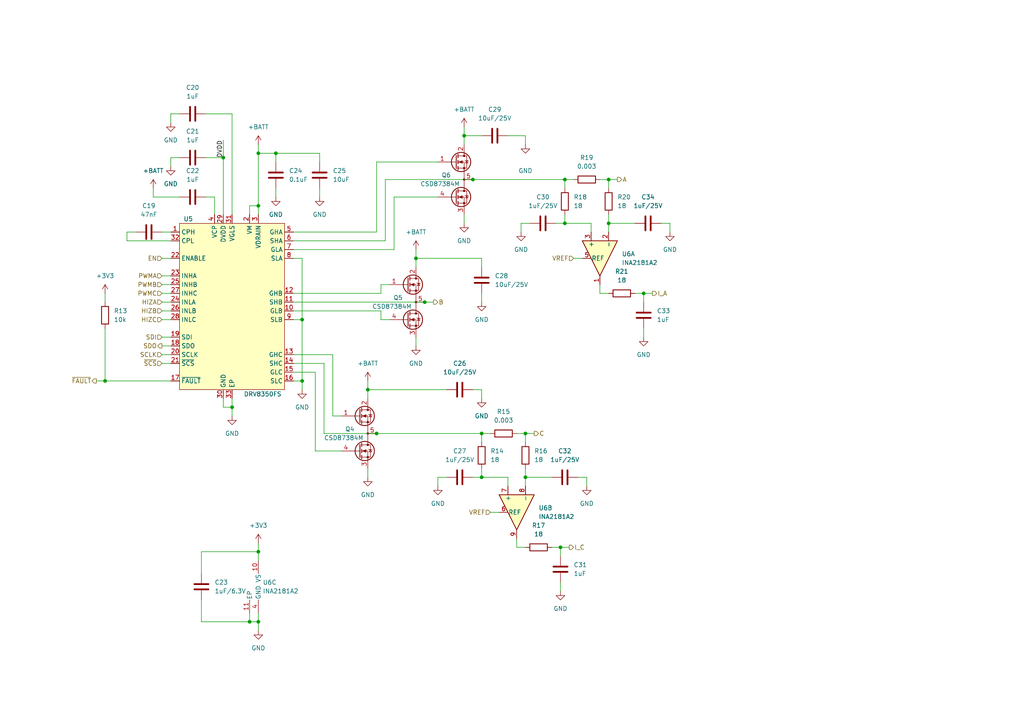
<source format=kicad_sch>
(kicad_sch (version 20210621) (generator eeschema)
  (paper "A4")
  (lib_symbols
    (symbol "Device:C" (pin_numbers hide) (pin_names (offset 0.254))
      (property "Reference" "C" (at 0.635 2.54 0))
      (property "Value" "C" (at 0.635 -2.54 0))
      (symbol "C_0_1"
        (polyline (pts (xy -2.032 -0.762) (xy 2.032 -0.762)) (stroke (width 0.508)))
        (polyline (pts (xy -2.032 0.762) (xy 2.032 0.762)) (stroke (width 0.508)))
      )
      (symbol "C_1_1"
        (pin passive line (at 0 3.81 270) (length 2.794) (name "~") (number "1"))
        (pin passive line (at 0 -3.81 90) (length 2.794) (name "~") (number "2"))
      )
    )
    (symbol "Device:R" (pin_numbers hide) (pin_names (offset 0))
      (property "Reference" "R" (at 2.032 0 90))
      (property "Value" "R" (at 0 0 90))
      (symbol "R_0_1"
        (rectangle (start -1.016 -2.54) (end 1.016 2.54) (stroke (width 0.254)))
      )
      (symbol "R_1_1"
        (pin passive line (at 0 3.81 270) (length 1.27) (name "~") (number "1"))
        (pin passive line (at 0 -3.81 90) (length 1.27) (name "~") (number "2"))
      )
    )
    (symbol "multiesc_symbols:CSD87384M" (pin_names hide)
      (property "Reference" "Q" (at 5.08 4.445 0))
      (property "Value" "CSD87384M" (at 5.08 2.54 0))
      (symbol "CSD87384M_0_1"
        (circle (center 1.651 -5.08) (radius 2.794) (stroke (width 0.254)))
        (circle (center 1.651 5.08) (radius 2.794) (stroke (width 0.254)))
        (circle (center 2.54 -6.858) (radius 0.254) (fill (type outline)))
        (circle (center 2.54 -3.302) (radius 0.254) (fill (type outline)))
        (circle (center 2.54 0) (radius 0.254) (fill (type outline)))
        (circle (center 2.54 3.302) (radius 0.254) (fill (type outline)))
        (circle (center 2.54 6.858) (radius 0.254) (fill (type outline)))
        (polyline (pts (xy 0.254 -5.08) (xy -2.54 -5.08)))
        (polyline (pts (xy 0.254 -3.175) (xy 0.254 -6.985)) (stroke (width 0.254)))
        (polyline (pts (xy 0.254 5.08) (xy -2.54 5.08)))
        (polyline (pts (xy 0.254 6.985) (xy 0.254 3.175)) (stroke (width 0.254)))
        (polyline (pts (xy 0.762 -6.35) (xy 0.762 -7.366)) (stroke (width 0.254)))
        (polyline (pts (xy 0.762 -4.572) (xy 0.762 -5.588)) (stroke (width 0.254)))
        (polyline (pts (xy 0.762 -2.794) (xy 0.762 -3.81)) (stroke (width 0.254)))
        (polyline (pts (xy 0.762 3.81) (xy 0.762 2.794)) (stroke (width 0.254)))
        (polyline (pts (xy 0.762 5.588) (xy 0.762 4.572)) (stroke (width 0.254)))
        (polyline (pts (xy 0.762 7.366) (xy 0.762 6.35)) (stroke (width 0.254)))
        (polyline (pts (xy 2.54 7.62) (xy 2.54 6.858)))
        (polyline (pts (xy 2.54 -7.62) (xy 2.54 -5.08) (xy 0.762 -5.08)))
        (polyline (pts (xy 2.54 -3.302) (xy 2.54 5.08) (xy 0.762 5.08)))
        (polyline (pts (xy 0.762 -6.858) (xy 3.302 -6.858) (xy 3.302 -3.302) (xy 0.762 -3.302)))
        (polyline (pts (xy 0.762 3.302) (xy 3.302 3.302) (xy 3.302 6.858) (xy 0.762 6.858)))
        (polyline (pts (xy 2.794 -4.572) (xy 2.921 -4.699) (xy 3.683 -4.699) (xy 3.81 -4.826)))
        (polyline (pts (xy 2.794 5.588) (xy 2.921 5.461) (xy 3.683 5.461) (xy 3.81 5.334)))
        (polyline (pts (xy 3.302 -4.699) (xy 2.921 -5.334) (xy 3.683 -5.334) (xy 3.302 -4.699)))
        (polyline (pts (xy 3.302 5.461) (xy 2.921 4.826) (xy 3.683 4.826) (xy 3.302 5.461)))
        (polyline (pts (xy 1.016 -5.08) (xy 2.032 -4.699) (xy 2.032 -5.461) (xy 1.016 -5.08)) (fill (type outline)))
        (polyline (pts (xy 1.016 5.08) (xy 2.032 5.461) (xy 2.032 4.699) (xy 1.016 5.08)) (fill (type outline)))
      )
      (symbol "CSD87384M_1_1"
        (pin input line (at -5.08 5.08 0) (length 2.54) (name "G1") (number "1"))
        (pin passive line (at 2.54 10.16 270) (length 2.54) (name "D1") (number "2"))
        (pin passive line (at 2.54 -10.16 90) (length 2.54) (name "S2") (number "3"))
        (pin input line (at -5.08 -5.08 0) (length 2.54) (name "G2") (number "4"))
        (pin passive line (at 5.08 0 180) (length 2.54) (name "S1/D2") (number "5"))
      )
    )
    (symbol "multiesc_symbols:DRV8350FS"
      (property "Reference" "U" (at -13.97 31.75 0))
      (property "Value" "DRV8350FS" (at -11.43 -31.75 0))
      (symbol "DRV8350FS_0_1"
        (rectangle (start -15.24 30.48) (end 15.24 -17.78) (stroke (width 0.1524)) (fill (type background)))
      )
      (symbol "DRV8350FS_1_1"
        (pin passive line (at -17.78 27.94 0) (length 2.54) (name "CPH") (number "1"))
        (pin output line (at 17.78 5.08 180) (length 2.54) (name "GLB") (number "10"))
        (pin input line (at 17.78 7.62 180) (length 2.54) (name "SHB") (number "11"))
        (pin output line (at 17.78 10.16 180) (length 2.54) (name "GHB") (number "12"))
        (pin output line (at 17.78 -7.62 180) (length 2.54) (name "GHC") (number "13"))
        (pin input line (at 17.78 -10.16 180) (length 2.54) (name "SHC") (number "14"))
        (pin output line (at 17.78 -12.7 180) (length 2.54) (name "GLC") (number "15"))
        (pin input line (at 17.78 -15.24 180) (length 2.54) (name "SLC") (number "16"))
        (pin open_collector line (at -17.78 -15.24 0) (length 2.54) (name "~{FAULT}") (number "17"))
        (pin open_collector line (at -17.78 -5.08 0) (length 2.54) (name "SDO") (number "18"))
        (pin input line (at -17.78 -2.54 0) (length 2.54) (name "SDI") (number "19"))
        (pin power_in line (at 5.08 33.02 270) (length 2.54) (name "VM") (number "2"))
        (pin input line (at -17.78 -7.62 0) (length 2.54) (name "SCLK") (number "20"))
        (pin input line (at -17.78 -10.16 0) (length 2.54) (name "~{SCS}") (number "21"))
        (pin input line (at -17.78 20.32 0) (length 2.54) (name "ENABLE") (number "22"))
        (pin input line (at -17.78 15.24 0) (length 2.54) (name "INHA") (number "23"))
        (pin input line (at -17.78 7.62 0) (length 2.54) (name "INLA") (number "24"))
        (pin input line (at -17.78 12.7 0) (length 2.54) (name "INHB") (number "25"))
        (pin input line (at -17.78 5.08 0) (length 2.54) (name "INLB") (number "26"))
        (pin input line (at -17.78 10.16 0) (length 2.54) (name "INHC") (number "27"))
        (pin input line (at -17.78 2.54 0) (length 2.54) (name "INLC") (number "28"))
        (pin power_out line (at -2.54 33.02 270) (length 2.54) (name "DVDD") (number "29"))
        (pin input line (at 7.62 33.02 270) (length 2.54) (name "VDRAIN") (number "3"))
        (pin power_in line (at -2.54 -20.32 90) (length 2.54) (name "GND") (number "30"))
        (pin power_out line (at 0 33.02 270) (length 2.54) (name "VGLS") (number "31"))
        (pin passive line (at -17.78 25.4 0) (length 2.54) (name "CPL") (number "32"))
        (pin power_in line (at 0 -20.32 90) (length 2.54) (name "EP") (number "33"))
        (pin power_out line (at -5.08 33.02 270) (length 2.54) (name "VCP") (number "4"))
        (pin output line (at 17.78 27.94 180) (length 2.54) (name "GHA") (number "5"))
        (pin input line (at 17.78 25.4 180) (length 2.54) (name "SHA") (number "6"))
        (pin output line (at 17.78 22.86 180) (length 2.54) (name "GLA") (number "7"))
        (pin input line (at 17.78 20.32 180) (length 2.54) (name "SLA") (number "8"))
        (pin input line (at 17.78 2.54 180) (length 2.54) (name "SLB") (number "9"))
      )
    )
    (symbol "multiesc_symbols:INA2181" (pin_names (offset 0.127))
      (property "Reference" "U" (at 2.54 2.54 0))
      (property "Value" "INA2181" (at 0 -5.08 0))
      (symbol "INA2181_1_1"
        (polyline (pts (xy -5.08 5.08) (xy 5.08 0) (xy -5.08 -5.08) (xy -5.08 5.08)) (stroke (width 0.254)) (fill (type background)))
        (pin output line (at 7.62 0 180) (length 2.54) (name "~") (number "1"))
        (pin input line (at -7.62 -2.54 0) (length 2.54) (name "-") (number "2"))
        (pin input line (at -7.62 2.54 0) (length 2.54) (name "+") (number "3"))
        (pin input line (at 0 5.08 270) (length 2.54) (name "REF") (number "5"))
      )
      (symbol "INA2181_2_1"
        (polyline (pts (xy -5.08 5.08) (xy 5.08 0) (xy -5.08 -5.08) (xy -5.08 5.08)) (stroke (width 0.254)) (fill (type background)))
        (pin input line (at 0 5.08 270) (length 2.54) (name "REF") (number "6"))
        (pin input line (at -7.62 2.54 0) (length 2.54) (name "+") (number "7"))
        (pin input line (at -7.62 -2.54 0) (length 2.54) (name "-") (number "8"))
        (pin output line (at 7.62 0 180) (length 2.54) (name "~") (number "9"))
      )
      (symbol "INA2181_3_1"
        (pin power_in line (at -2.54 7.62 270) (length 3.81) (name "VS") (number "10"))
        (pin passive line (at -5.08 -7.62 90) (length 3.81) (name "EP") (number "11"))
        (pin power_in line (at -2.54 -7.62 90) (length 3.81) (name "GND") (number "4"))
      )
    )
    (symbol "power:+3.3V" (power) (pin_names (offset 0))
      (property "Value" "+3.3V" (at 0 3.556 0))
      (symbol "+3.3V_0_1"
        (polyline (pts (xy -0.762 1.27) (xy 0 2.54)))
        (polyline (pts (xy 0 0) (xy 0 2.54)))
        (polyline (pts (xy 0 2.54) (xy 0.762 1.27)))
      )
      (symbol "+3.3V_1_1"
        (pin power_in line (at 0 0 90) (length 0) hide (name "+3V3") (number "1"))
      )
    )
    (symbol "power:+BATT" (power) (pin_names (offset 0))
      (property "Value" "+BATT" (at 0 3.556 0))
      (symbol "+BATT_0_1"
        (polyline (pts (xy -0.762 1.27) (xy 0 2.54)))
        (polyline (pts (xy 0 0) (xy 0 2.54)))
        (polyline (pts (xy 0 2.54) (xy 0.762 1.27)))
      )
      (symbol "+BATT_1_1"
        (pin power_in line (at 0 0 90) (length 0) hide (name "+BATT") (number "1"))
      )
    )
    (symbol "power:GND" (power) (pin_names (offset 0))
      (property "Value" "GND" (at 0 -3.81 0))
      (symbol "GND_0_1"
        (polyline (pts (xy 0 0) (xy 0 -1.27) (xy 1.27 -1.27) (xy 0 -2.54) (xy -1.27 -1.27) (xy 0 -1.27)))
      )
      (symbol "GND_1_1"
        (pin power_in line (at 0 0 270) (length 0) hide (name "GND") (number "1"))
      )
    )
  )
  (junction (at 30.48 110.49) (diameter 0.9144))
  (junction (at 64.77 45.72) (diameter 0.9144))
  (junction (at 67.31 118.11) (diameter 0.9144))
  (junction (at 72.39 180.34) (diameter 0.9144))
  (junction (at 74.93 44.45) (diameter 0.9144))
  (junction (at 74.93 59.69) (diameter 0.9144))
  (junction (at 74.93 160.02) (diameter 0.9144))
  (junction (at 74.93 180.34) (diameter 0.9144))
  (junction (at 80.01 44.45) (diameter 0.9144))
  (junction (at 87.63 92.71) (diameter 0.9144))
  (junction (at 87.63 110.49) (diameter 0.9144))
  (junction (at 106.68 113.03) (diameter 0.9144))
  (junction (at 109.22 125.73) (diameter 0.9144))
  (junction (at 120.65 74.93) (diameter 0.9144))
  (junction (at 123.19 87.63) (diameter 0.9144))
  (junction (at 134.62 39.37) (diameter 0.9144))
  (junction (at 137.16 52.07) (diameter 0.9144))
  (junction (at 139.7 125.73) (diameter 0.9144))
  (junction (at 139.7 138.43) (diameter 0.9144))
  (junction (at 152.4 125.73) (diameter 0.9144))
  (junction (at 152.4 138.43) (diameter 0.9144))
  (junction (at 162.56 158.75) (diameter 0.9144))
  (junction (at 163.83 52.07) (diameter 0.9144))
  (junction (at 163.83 64.77) (diameter 0.9144))
  (junction (at 176.53 52.07) (diameter 0.9144))
  (junction (at 176.53 64.77) (diameter 0.9144))
  (junction (at 186.69 85.09) (diameter 0.9144))
  (wire (pts (xy 27.94 110.49) (xy 30.48 110.49)))
  (wire (pts (xy 30.48 85.09) (xy 30.48 87.63)))
  (wire (pts (xy 30.48 110.49) (xy 30.48 95.25)))
  (wire (pts (xy 30.48 110.49) (xy 49.53 110.49)))
  (wire (pts (xy 36.83 67.31) (xy 39.37 67.31)))
  (wire (pts (xy 36.83 69.85) (xy 36.83 67.31)))
  (wire (pts (xy 44.45 57.15) (xy 44.45 54.61)))
  (wire (pts (xy 44.45 57.15) (xy 52.07 57.15)))
  (wire (pts (xy 46.99 67.31) (xy 49.53 67.31)))
  (wire (pts (xy 46.99 74.93) (xy 49.53 74.93)))
  (wire (pts (xy 46.99 80.01) (xy 49.53 80.01)))
  (wire (pts (xy 46.99 82.55) (xy 49.53 82.55)))
  (wire (pts (xy 46.99 85.09) (xy 49.53 85.09)))
  (wire (pts (xy 46.99 87.63) (xy 49.53 87.63)))
  (wire (pts (xy 46.99 90.17) (xy 49.53 90.17)))
  (wire (pts (xy 46.99 92.71) (xy 49.53 92.71)))
  (wire (pts (xy 46.99 105.41) (xy 49.53 105.41)))
  (wire (pts (xy 49.53 33.02) (xy 49.53 35.56)))
  (wire (pts (xy 49.53 45.72) (xy 49.53 48.26)))
  (wire (pts (xy 49.53 69.85) (xy 36.83 69.85)))
  (wire (pts (xy 49.53 97.79) (xy 46.99 97.79)))
  (wire (pts (xy 49.53 100.33) (xy 46.99 100.33)))
  (wire (pts (xy 49.53 102.87) (xy 46.99 102.87)))
  (wire (pts (xy 52.07 33.02) (xy 49.53 33.02)))
  (wire (pts (xy 52.07 45.72) (xy 49.53 45.72)))
  (wire (pts (xy 58.42 160.02) (xy 74.93 160.02)))
  (wire (pts (xy 58.42 166.37) (xy 58.42 160.02)))
  (wire (pts (xy 58.42 173.99) (xy 58.42 180.34)))
  (wire (pts (xy 58.42 180.34) (xy 72.39 180.34)))
  (wire (pts (xy 59.69 33.02) (xy 67.31 33.02)))
  (wire (pts (xy 59.69 45.72) (xy 64.77 45.72)))
  (wire (pts (xy 59.69 57.15) (xy 62.23 57.15)))
  (wire (pts (xy 62.23 57.15) (xy 62.23 62.23)))
  (wire (pts (xy 64.77 40.64) (xy 64.77 45.72)))
  (wire (pts (xy 64.77 45.72) (xy 64.77 62.23)))
  (wire (pts (xy 64.77 115.57) (xy 64.77 118.11)))
  (wire (pts (xy 64.77 118.11) (xy 67.31 118.11)))
  (wire (pts (xy 67.31 33.02) (xy 67.31 62.23)))
  (wire (pts (xy 67.31 115.57) (xy 67.31 118.11)))
  (wire (pts (xy 67.31 118.11) (xy 67.31 120.65)))
  (wire (pts (xy 72.39 59.69) (xy 74.93 59.69)))
  (wire (pts (xy 72.39 62.23) (xy 72.39 59.69)))
  (wire (pts (xy 72.39 177.8) (xy 72.39 180.34)))
  (wire (pts (xy 72.39 180.34) (xy 74.93 180.34)))
  (wire (pts (xy 74.93 44.45) (xy 74.93 41.91)))
  (wire (pts (xy 74.93 44.45) (xy 74.93 59.69)))
  (wire (pts (xy 74.93 59.69) (xy 74.93 62.23)))
  (wire (pts (xy 74.93 157.48) (xy 74.93 160.02)))
  (wire (pts (xy 74.93 160.02) (xy 74.93 162.56)))
  (wire (pts (xy 74.93 177.8) (xy 74.93 180.34)))
  (wire (pts (xy 74.93 180.34) (xy 74.93 182.88)))
  (wire (pts (xy 80.01 44.45) (xy 74.93 44.45)))
  (wire (pts (xy 80.01 44.45) (xy 80.01 46.99)))
  (wire (pts (xy 80.01 54.61) (xy 80.01 57.15)))
  (wire (pts (xy 85.09 74.93) (xy 87.63 74.93)))
  (wire (pts (xy 85.09 87.63) (xy 123.19 87.63)))
  (wire (pts (xy 85.09 92.71) (xy 87.63 92.71)))
  (wire (pts (xy 87.63 74.93) (xy 87.63 92.71)))
  (wire (pts (xy 87.63 92.71) (xy 87.63 110.49)))
  (wire (pts (xy 87.63 110.49) (xy 85.09 110.49)))
  (wire (pts (xy 87.63 113.03) (xy 87.63 110.49)))
  (wire (pts (xy 91.44 107.95) (xy 85.09 107.95)))
  (wire (pts (xy 91.44 130.81) (xy 91.44 107.95)))
  (wire (pts (xy 92.71 44.45) (xy 80.01 44.45)))
  (wire (pts (xy 92.71 46.99) (xy 92.71 44.45)))
  (wire (pts (xy 92.71 54.61) (xy 92.71 57.15)))
  (wire (pts (xy 93.98 105.41) (xy 85.09 105.41)))
  (wire (pts (xy 93.98 125.73) (xy 93.98 105.41)))
  (wire (pts (xy 96.52 102.87) (xy 85.09 102.87)))
  (wire (pts (xy 96.52 120.65) (xy 96.52 102.87)))
  (wire (pts (xy 99.06 120.65) (xy 96.52 120.65)))
  (wire (pts (xy 99.06 130.81) (xy 91.44 130.81)))
  (wire (pts (xy 106.68 110.49) (xy 106.68 113.03)))
  (wire (pts (xy 106.68 113.03) (xy 106.68 115.57)))
  (wire (pts (xy 106.68 113.03) (xy 129.54 113.03)))
  (wire (pts (xy 106.68 135.89) (xy 106.68 138.43)))
  (wire (pts (xy 109.22 46.99) (xy 109.22 67.31)))
  (wire (pts (xy 109.22 46.99) (xy 127 46.99)))
  (wire (pts (xy 109.22 67.31) (xy 85.09 67.31)))
  (wire (pts (xy 109.22 125.73) (xy 93.98 125.73)))
  (wire (pts (xy 109.22 125.73) (xy 139.7 125.73)))
  (wire (pts (xy 110.49 82.55) (xy 110.49 85.09)))
  (wire (pts (xy 110.49 85.09) (xy 85.09 85.09)))
  (wire (pts (xy 110.49 90.17) (xy 85.09 90.17)))
  (wire (pts (xy 110.49 92.71) (xy 110.49 90.17)))
  (wire (pts (xy 111.76 52.07) (xy 111.76 69.85)))
  (wire (pts (xy 111.76 52.07) (xy 137.16 52.07)))
  (wire (pts (xy 111.76 69.85) (xy 85.09 69.85)))
  (wire (pts (xy 113.03 82.55) (xy 110.49 82.55)))
  (wire (pts (xy 113.03 92.71) (xy 110.49 92.71)))
  (wire (pts (xy 114.3 57.15) (xy 114.3 72.39)))
  (wire (pts (xy 114.3 57.15) (xy 127 57.15)))
  (wire (pts (xy 114.3 72.39) (xy 85.09 72.39)))
  (wire (pts (xy 120.65 72.39) (xy 120.65 74.93)))
  (wire (pts (xy 120.65 74.93) (xy 120.65 77.47)))
  (wire (pts (xy 120.65 97.79) (xy 120.65 100.33)))
  (wire (pts (xy 123.19 87.63) (xy 125.73 87.63)))
  (wire (pts (xy 127 138.43) (xy 129.54 138.43)))
  (wire (pts (xy 127 140.97) (xy 127 138.43)))
  (wire (pts (xy 134.62 36.83) (xy 134.62 39.37)))
  (wire (pts (xy 134.62 39.37) (xy 134.62 41.91)))
  (wire (pts (xy 134.62 39.37) (xy 139.7 39.37)))
  (wire (pts (xy 134.62 62.23) (xy 134.62 64.77)))
  (wire (pts (xy 137.16 52.07) (xy 163.83 52.07)))
  (wire (pts (xy 137.16 113.03) (xy 139.7 113.03)))
  (wire (pts (xy 139.7 74.93) (xy 120.65 74.93)))
  (wire (pts (xy 139.7 77.47) (xy 139.7 74.93)))
  (wire (pts (xy 139.7 85.09) (xy 139.7 87.63)))
  (wire (pts (xy 139.7 115.57) (xy 139.7 113.03)))
  (wire (pts (xy 139.7 125.73) (xy 142.24 125.73)))
  (wire (pts (xy 139.7 128.27) (xy 139.7 125.73)))
  (wire (pts (xy 139.7 135.89) (xy 139.7 138.43)))
  (wire (pts (xy 139.7 138.43) (xy 137.16 138.43)))
  (wire (pts (xy 142.24 148.59) (xy 144.78 148.59)))
  (wire (pts (xy 147.32 39.37) (xy 152.4 39.37)))
  (wire (pts (xy 147.32 138.43) (xy 139.7 138.43)))
  (wire (pts (xy 147.32 140.97) (xy 147.32 138.43)))
  (wire (pts (xy 149.86 125.73) (xy 152.4 125.73)))
  (wire (pts (xy 149.86 156.21) (xy 149.86 158.75)))
  (wire (pts (xy 151.13 64.77) (xy 153.67 64.77)))
  (wire (pts (xy 151.13 67.31) (xy 151.13 64.77)))
  (wire (pts (xy 152.4 39.37) (xy 152.4 41.91)))
  (wire (pts (xy 152.4 125.73) (xy 152.4 128.27)))
  (wire (pts (xy 152.4 125.73) (xy 154.94 125.73)))
  (wire (pts (xy 152.4 135.89) (xy 152.4 138.43)))
  (wire (pts (xy 152.4 138.43) (xy 152.4 140.97)))
  (wire (pts (xy 152.4 158.75) (xy 149.86 158.75)))
  (wire (pts (xy 160.02 138.43) (xy 152.4 138.43)))
  (wire (pts (xy 162.56 158.75) (xy 160.02 158.75)))
  (wire (pts (xy 162.56 158.75) (xy 165.1 158.75)))
  (wire (pts (xy 162.56 161.29) (xy 162.56 158.75)))
  (wire (pts (xy 162.56 171.45) (xy 162.56 168.91)))
  (wire (pts (xy 163.83 52.07) (xy 166.37 52.07)))
  (wire (pts (xy 163.83 54.61) (xy 163.83 52.07)))
  (wire (pts (xy 163.83 62.23) (xy 163.83 64.77)))
  (wire (pts (xy 163.83 64.77) (xy 161.29 64.77)))
  (wire (pts (xy 166.37 74.93) (xy 168.91 74.93)))
  (wire (pts (xy 170.18 138.43) (xy 167.64 138.43)))
  (wire (pts (xy 170.18 140.97) (xy 170.18 138.43)))
  (wire (pts (xy 171.45 64.77) (xy 163.83 64.77)))
  (wire (pts (xy 171.45 67.31) (xy 171.45 64.77)))
  (wire (pts (xy 173.99 52.07) (xy 176.53 52.07)))
  (wire (pts (xy 173.99 82.55) (xy 173.99 85.09)))
  (wire (pts (xy 176.53 52.07) (xy 176.53 54.61)))
  (wire (pts (xy 176.53 52.07) (xy 179.07 52.07)))
  (wire (pts (xy 176.53 62.23) (xy 176.53 64.77)))
  (wire (pts (xy 176.53 64.77) (xy 176.53 67.31)))
  (wire (pts (xy 176.53 85.09) (xy 173.99 85.09)))
  (wire (pts (xy 184.15 64.77) (xy 176.53 64.77)))
  (wire (pts (xy 186.69 85.09) (xy 184.15 85.09)))
  (wire (pts (xy 186.69 85.09) (xy 189.23 85.09)))
  (wire (pts (xy 186.69 87.63) (xy 186.69 85.09)))
  (wire (pts (xy 186.69 97.79) (xy 186.69 95.25)))
  (wire (pts (xy 194.31 64.77) (xy 191.77 64.77)))
  (wire (pts (xy 194.31 67.31) (xy 194.31 64.77)))
  (label "DVDD" (at 64.77 40.64 270))
  (hierarchical_label "~{FAULT}" (shape output) (at 27.94 110.49 180))
  (hierarchical_label "EN" (shape input) (at 46.99 74.93 180))
  (hierarchical_label "PWMA" (shape input) (at 46.99 80.01 180))
  (hierarchical_label "PWMB" (shape input) (at 46.99 82.55 180))
  (hierarchical_label "PWMC" (shape input) (at 46.99 85.09 180))
  (hierarchical_label "HIZA" (shape input) (at 46.99 87.63 180))
  (hierarchical_label "HIZB" (shape input) (at 46.99 90.17 180))
  (hierarchical_label "HIZC" (shape input) (at 46.99 92.71 180))
  (hierarchical_label "SDI" (shape input) (at 46.99 97.79 180))
  (hierarchical_label "SDO" (shape output) (at 46.99 100.33 180))
  (hierarchical_label "SCLK" (shape input) (at 46.99 102.87 180))
  (hierarchical_label "~{SCS}" (shape input) (at 46.99 105.41 180))
  (hierarchical_label "B" (shape output) (at 125.73 87.63 0))
  (hierarchical_label "VREF" (shape input) (at 142.24 148.59 180))
  (hierarchical_label "C" (shape output) (at 154.94 125.73 0))
  (hierarchical_label "I_C" (shape output) (at 165.1 158.75 0))
  (hierarchical_label "VREF" (shape input) (at 166.37 74.93 180))
  (hierarchical_label "A" (shape output) (at 179.07 52.07 0))
  (hierarchical_label "I_A" (shape output) (at 189.23 85.09 0))
  (symbol (lib_id "power:+3.3V") (at 30.48 85.09 0) (unit 1)
    (property "Reference" "#PWR0134" (effects hide))
    (property "Value" "+3.3V" (at 30.48 80.01 0))
  )
  (symbol (lib_id "power:+BATT") (at 44.45 54.61 0) (unit 1)
    (property "Reference" "#PWR0143" (effects hide))
    (property "Value" "+BATT" (at 44.45 49.53 0))
  )
  (symbol (lib_id "power:+BATT") (at 74.93 41.91 0) (unit 1)
    (property "Reference" "#PWR0142" (effects hide))
    (property "Value" "+BATT" (at 74.93 36.83 0))
  )
  (symbol (lib_id "power:+3.3V") (at 74.93 157.48 0) (unit 1)
    (property "Reference" "#PWR0135" (effects hide))
    (property "Value" "+3.3V" (at 74.93 152.4 0))
  )
  (symbol (lib_id "power:+BATT") (at 106.68 110.49 0) (unit 1)
    (property "Reference" "#PWR0137" (effects hide))
    (property "Value" "+BATT" (at 106.68 105.41 0))
  )
  (symbol (lib_id "power:+BATT") (at 120.65 72.39 0) (unit 1)
    (property "Reference" "#PWR0158" (effects hide))
    (property "Value" "+BATT" (at 120.65 67.31 0))
  )
  (symbol (lib_id "power:+BATT") (at 134.62 36.83 0) (unit 1)
    (property "Reference" "#PWR0155" (effects hide))
    (property "Value" "+BATT" (at 134.62 31.75 0))
  )
  (symbol (lib_id "power:GND") (at 49.53 35.56 0) (unit 1)
    (property "Reference" "#PWR0145" (effects hide))
    (property "Value" "GND" (at 49.53 40.64 0))
  )
  (symbol (lib_id "power:GND") (at 49.53 48.26 0) (unit 1)
    (property "Reference" "#PWR0144" (effects hide))
    (property "Value" "GND" (at 49.53 53.34 0))
  )
  (symbol (lib_id "power:GND") (at 67.31 120.65 0) (unit 1)
    (property "Reference" "#PWR0140" (effects hide))
    (property "Value" "GND" (at 67.31 125.73 0))
  )
  (symbol (lib_id "power:GND") (at 74.93 182.88 0) (unit 1)
    (property "Reference" "#PWR0139" (effects hide))
    (property "Value" "GND" (at 74.93 187.96 0))
  )
  (symbol (lib_id "power:GND") (at 80.01 57.15 0) (unit 1)
    (property "Reference" "#PWR0146" (effects hide))
    (property "Value" "GND" (at 80.01 62.23 0))
  )
  (symbol (lib_id "power:GND") (at 87.63 113.03 0) (unit 1)
    (property "Reference" "#PWR0138" (effects hide))
    (property "Value" "GND" (at 87.63 118.11 0))
  )
  (symbol (lib_id "power:GND") (at 92.71 57.15 0) (unit 1)
    (property "Reference" "#PWR0156" (effects hide))
    (property "Value" "GND" (at 92.71 62.23 0))
  )
  (symbol (lib_id "power:GND") (at 106.68 138.43 0) (unit 1)
    (property "Reference" "#PWR0136" (effects hide))
    (property "Value" "GND" (at 106.68 143.51 0))
  )
  (symbol (lib_id "power:GND") (at 120.65 100.33 0) (unit 1)
    (property "Reference" "#PWR0159" (effects hide))
    (property "Value" "GND" (at 120.65 105.41 0))
  )
  (symbol (lib_id "power:GND") (at 127 140.97 0) (unit 1)
    (property "Reference" "#PWR0147" (effects hide))
    (property "Value" "GND" (at 127 146.05 0))
  )
  (symbol (lib_id "power:GND") (at 134.62 64.77 0) (unit 1)
    (property "Reference" "#PWR0154" (effects hide))
    (property "Value" "GND" (at 134.62 69.85 0))
  )
  (symbol (lib_id "power:GND") (at 139.7 87.63 0) (unit 1)
    (property "Reference" "#PWR0160" (effects hide))
    (property "Value" "GND" (at 139.7 92.71 0))
  )
  (symbol (lib_id "power:GND") (at 139.7 115.57 0) (unit 1)
    (property "Reference" "#PWR0150" (effects hide))
    (property "Value" "GND" (at 139.7 120.65 0))
  )
  (symbol (lib_id "power:GND") (at 151.13 67.31 0) (unit 1)
    (property "Reference" "#PWR0153" (effects hide))
    (property "Value" "GND" (at 151.13 72.39 0))
  )
  (symbol (lib_id "power:GND") (at 152.4 41.91 0) (unit 1)
    (property "Reference" "#PWR0157" (effects hide))
    (property "Value" "GND" (at 152.4 49.53 0))
  )
  (symbol (lib_id "power:GND") (at 162.56 171.45 0) (unit 1)
    (property "Reference" "#PWR0149" (effects hide))
    (property "Value" "GND" (at 162.56 176.53 0))
  )
  (symbol (lib_id "power:GND") (at 170.18 140.97 0) (unit 1)
    (property "Reference" "#PWR0148" (effects hide))
    (property "Value" "GND" (at 170.18 146.05 0))
  )
  (symbol (lib_id "power:GND") (at 186.69 97.79 0) (unit 1)
    (property "Reference" "#PWR0152" (effects hide))
    (property "Value" "GND" (at 186.69 102.87 0))
  )
  (symbol (lib_id "power:GND") (at 194.31 67.31 0) (unit 1)
    (property "Reference" "#PWR0151" (effects hide))
    (property "Value" "GND" (at 194.31 72.39 0))
  )
  (symbol (lib_id "Device:R") (at 30.48 91.44 180) (unit 1)
    (property "Reference" "R13" (at 33.02 90.1699 0) (effects (justify right)))
    (property "Value" "10k" (at 33.02 92.7099 0) (effects (justify right)))
    (property "Footprint" "Resistor_SMD:R_0402_1005Metric" (effects hide))
  )
  (symbol (lib_id "Device:R") (at 139.7 132.08 180) (unit 1)
    (property "Reference" "R14" (at 142.24 130.8099 0) (effects (justify right)))
    (property "Value" "18" (at 142.24 133.3499 0) (effects (justify right)))
    (property "Footprint" "Resistor_SMD:R_0402_1005Metric" (effects hide))
  )
  (symbol (lib_id "Device:R") (at 146.05 125.73 90) (unit 1)
    (property "Reference" "R15" (at 146.05 119.38 90))
    (property "Value" "0.003" (at 146.05 121.92 90))
    (property "Footprint" "Resistor_SMD:R_0612_1632Metric" (effects hide))
  )
  (symbol (lib_id "Device:R") (at 152.4 132.08 180) (unit 1)
    (property "Reference" "R16" (at 154.94 130.8099 0) (effects (justify right)))
    (property "Value" "18" (at 154.94 133.3499 0) (effects (justify right)))
    (property "Footprint" "Resistor_SMD:R_0402_1005Metric" (effects hide))
  )
  (symbol (lib_id "Device:R") (at 156.21 158.75 270) (unit 1)
    (property "Reference" "R17" (at 156.21 152.4 90))
    (property "Value" "18" (at 156.21 154.94 90))
    (property "Footprint" "Resistor_SMD:R_0402_1005Metric" (effects hide))
  )
  (symbol (lib_id "Device:R") (at 163.83 58.42 180) (unit 1)
    (property "Reference" "R18" (at 166.37 57.1499 0) (effects (justify right)))
    (property "Value" "18" (at 166.37 59.6899 0) (effects (justify right)))
    (property "Footprint" "Resistor_SMD:R_0402_1005Metric" (effects hide))
  )
  (symbol (lib_id "Device:R") (at 170.18 52.07 90) (unit 1)
    (property "Reference" "R19" (at 170.18 45.72 90))
    (property "Value" "0.003" (at 170.18 48.26 90))
    (property "Footprint" "Resistor_SMD:R_0612_1632Metric" (effects hide))
  )
  (symbol (lib_id "Device:R") (at 176.53 58.42 180) (unit 1)
    (property "Reference" "R20" (at 179.07 57.1499 0) (effects (justify right)))
    (property "Value" "18" (at 179.07 59.6899 0) (effects (justify right)))
    (property "Footprint" "Resistor_SMD:R_0402_1005Metric" (effects hide))
  )
  (symbol (lib_id "Device:R") (at 180.34 85.09 270) (unit 1)
    (property "Reference" "R21" (at 180.34 78.74 90))
    (property "Value" "18" (at 180.34 81.28 90))
    (property "Footprint" "Resistor_SMD:R_0402_1005Metric" (effects hide))
  )
  (symbol (lib_id "Device:C") (at 43.18 67.31 90) (unit 1)
    (property "Reference" "C19" (at 43.18 59.69 90))
    (property "Value" "47nF" (at 43.18 62.23 90))
    (property "Footprint" "Capacitor_SMD:C_0402_1005Metric" (effects hide))
    (property "Digikey" "587-1225-1-ND" (effects hide))
  )
  (symbol (lib_id "Device:C") (at 55.88 33.02 270) (unit 1)
    (property "Reference" "C20" (at 55.88 25.4 90))
    (property "Value" "1uF" (at 55.88 27.94 90))
    (property "Footprint" "Capacitor_SMD:C_0603_1608Metric" (effects hide))
    (property "Digikey" "1276-1184-1-ND" (effects hide))
  )
  (symbol (lib_id "Device:C") (at 55.88 45.72 270) (unit 1)
    (property "Reference" "C21" (at 55.88 38.1 90))
    (property "Value" "1uF" (at 55.88 40.64 90))
    (property "Footprint" "Capacitor_SMD:C_0603_1608Metric" (effects hide))
    (property "Digikey" "1276-1184-1-ND" (effects hide))
  )
  (symbol (lib_id "Device:C") (at 55.88 57.15 270) (unit 1)
    (property "Reference" "C22" (at 55.88 49.53 90))
    (property "Value" "1uF" (at 55.88 52.07 90))
    (property "Footprint" "Capacitor_SMD:C_0603_1608Metric" (effects hide))
    (property "Digikey" "1276-1184-1-ND" (effects hide))
  )
  (symbol (lib_id "Device:C") (at 58.42 170.18 0) (unit 1)
    (property "Reference" "C23" (at 62.23 168.9099 0) (effects (justify left)))
    (property "Value" "1uF{slash}6.3V" (at 62.23 171.4499 0) (effects (justify left)))
    (property "Footprint" "Capacitor_SMD:C_0402_1005Metric" (effects hide))
    (property "Digikey" "587-1225-1-ND" (effects hide))
  )
  (symbol (lib_id "Device:C") (at 80.01 50.8 180) (unit 1)
    (property "Reference" "C24" (at 83.82 49.5299 0) (effects (justify right)))
    (property "Value" "0.1uF" (at 83.82 52.0699 0) (effects (justify right)))
    (property "Footprint" "Capacitor_SMD:C_0402_1005Metric" (effects hide))
    (property "Digikey" "1276-6720-1-ND" (effects hide))
  )
  (symbol (lib_id "Device:C") (at 92.71 50.8 180) (unit 1)
    (property "Reference" "C25" (at 96.52 49.5299 0) (effects (justify right)))
    (property "Value" "10uF" (at 96.52 52.0699 0) (effects (justify right)))
    (property "Footprint" "Capacitor_SMD:C_0805_2012Metric" (effects hide))
    (property "Digikey" "587-6025-1-ND" (effects hide))
  )
  (symbol (lib_id "Device:C") (at 133.35 113.03 90) (unit 1)
    (property "Reference" "C26" (at 133.35 105.41 90))
    (property "Value" "10uF{slash}25V" (at 133.35 107.95 90))
    (property "Footprint" "Capacitor_SMD:C_0805_2012Metric" (effects hide))
    (property "Digikey" "587-6025-1-ND" (effects hide))
  )
  (symbol (lib_id "Device:C") (at 133.35 138.43 90) (unit 1)
    (property "Reference" "C27" (at 133.35 130.81 90))
    (property "Value" "1uF{slash}25V" (at 133.35 133.35 90))
    (property "Footprint" "Capacitor_SMD:C_0402_1005Metric" (effects hide))
    (property "Digikey" "587-1225-1-ND" (effects hide))
  )
  (symbol (lib_id "Device:C") (at 139.7 81.28 0) (unit 1)
    (property "Reference" "C28" (at 143.51 80.0099 0) (effects (justify left)))
    (property "Value" "10uF{slash}25V" (at 143.51 82.5499 0) (effects (justify left)))
    (property "Footprint" "Capacitor_SMD:C_0805_2012Metric" (effects hide))
    (property "Digikey" "587-6025-1-ND" (effects hide))
  )
  (symbol (lib_id "Device:C") (at 143.51 39.37 90) (unit 1)
    (property "Reference" "C29" (at 143.51 31.75 90))
    (property "Value" "10uF{slash}25V" (at 143.51 34.29 90))
    (property "Footprint" "Capacitor_SMD:C_0805_2012Metric" (effects hide))
    (property "Digikey" "587-6025-1-ND" (effects hide))
  )
  (symbol (lib_id "Device:C") (at 157.48 64.77 90) (unit 1)
    (property "Reference" "C30" (at 157.48 57.15 90))
    (property "Value" "1uF/25V" (at 157.48 59.69 90))
    (property "Footprint" "Capacitor_SMD:C_0402_1005Metric" (effects hide))
    (property "Digikey" "587-1225-1-ND" (effects hide))
  )
  (symbol (lib_id "Device:C") (at 162.56 165.1 180) (unit 1)
    (property "Reference" "C31" (at 166.37 163.8299 0) (effects (justify right)))
    (property "Value" "1uF" (at 166.37 166.3699 0) (effects (justify right)))
    (property "Footprint" "Capacitor_SMD:C_0402_1005Metric" (effects hide))
    (property "Digikey" "587-1225-1-ND" (effects hide))
  )
  (symbol (lib_id "Device:C") (at 163.83 138.43 90) (unit 1)
    (property "Reference" "C32" (at 163.83 130.81 90))
    (property "Value" "1uF/25V" (at 163.83 133.35 90))
    (property "Footprint" "Capacitor_SMD:C_0402_1005Metric" (effects hide))
    (property "Digikey" "587-1225-1-ND" (effects hide))
  )
  (symbol (lib_id "Device:C") (at 186.69 91.44 180) (unit 1)
    (property "Reference" "C33" (at 190.5 90.1699 0) (effects (justify right)))
    (property "Value" "1uF" (at 190.5 92.7099 0) (effects (justify right)))
    (property "Footprint" "Capacitor_SMD:C_0402_1005Metric" (effects hide))
    (property "Digikey" "587-1225-1-ND" (effects hide))
  )
  (symbol (lib_id "Device:C") (at 187.96 64.77 90) (unit 1)
    (property "Reference" "C34" (at 187.96 57.15 90))
    (property "Value" "1uF/25V" (at 187.96 59.69 90))
    (property "Footprint" "Capacitor_SMD:C_0402_1005Metric" (effects hide))
    (property "Digikey" "587-1225-1-ND" (effects hide))
  )
  (symbol (lib_id "multiesc_symbols:INA2181") (at 77.47 170.18 0) (unit 3)
    (property "Reference" "U6" (at 76.2 168.9099 0) (effects (justify left)))
    (property "Value" "INA2181A2" (at 76.2 171.4499 0) (effects (justify left)))
    (property "Footprint" "multiesc_footprints:Texas_DSQ0010A" (effects hide))
  )
  (symbol (lib_id "multiesc_symbols:INA2181") (at 149.86 148.59 90) (mirror x) (unit 2)
    (property "Reference" "U6" (at 156.21 147.3199 90) (effects (justify right)))
    (property "Value" "INA2181A2" (at 156.21 149.8599 90) (effects (justify right)))
    (property "Footprint" "multiesc_footprints:Texas_DSQ0010A" (effects hide))
  )
  (symbol (lib_id "multiesc_symbols:INA2181") (at 173.99 74.93 90) (mirror x) (unit 1)
    (property "Reference" "U6" (at 180.34 73.6599 90) (effects (justify right)))
    (property "Value" "INA2181A2" (at 180.34 76.1999 90) (effects (justify right)))
    (property "Footprint" "multiesc_footprints:Texas_DSQ0010A" (effects hide))
  )
  (symbol (lib_id "multiesc_symbols:CSD87384M") (at 104.14 125.73 0) (unit 1)
    (property "Reference" "Q4" (at 102.87 124.4599 0) (effects (justify right)))
    (property "Value" "CSD87384M" (at 93.98 126.9999 0) (effects (justify left)))
    (property "Footprint" "multiesc_footprints:Texas_CSD87384M" (effects hide))
  )
  (symbol (lib_id "multiesc_symbols:CSD87384M") (at 118.11 87.63 0) (unit 1)
    (property "Reference" "Q5" (at 116.84 86.3599 0) (effects (justify right)))
    (property "Value" "CSD87384M" (at 107.95 88.8999 0) (effects (justify left)))
    (property "Footprint" "multiesc_footprints:Texas_CSD87384M" (effects hide))
  )
  (symbol (lib_id "multiesc_symbols:CSD87384M") (at 132.08 52.07 0) (unit 1)
    (property "Reference" "Q6" (at 130.81 50.7999 0) (effects (justify right)))
    (property "Value" "CSD87384M" (at 121.92 53.3399 0) (effects (justify left)))
    (property "Footprint" "multiesc_footprints:Texas_CSD87384M" (effects hide))
  )
  (symbol (lib_id "multiesc_symbols:DRV8350FS") (at 67.31 95.25 0) (unit 1)
    (property "Reference" "U5" (at 54.61 63.5 0))
    (property "Value" "DRV8350FS" (at 76.2 114.3 0))
    (property "Footprint" "Package_DFN_QFN:Texas_S-PVQFN-N32_EP3.45x3.45mm" (effects hide))
    (property "Datasheet" "https://www.ti.com/lit/ds/symlink/drv8353f.pdf" (effects hide))
  )
)
</source>
